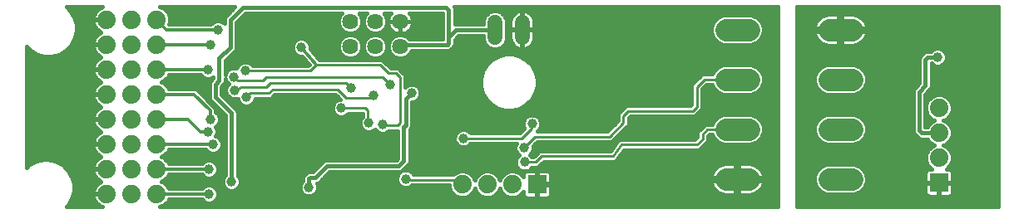
<source format=gbl>
G75*
G70*
%OFA0B0*%
%FSLAX24Y24*%
%IPPOS*%
%LPD*%
%AMOC8*
5,1,8,0,0,1.08239X$1,22.5*
%
%ADD10C,0.0640*%
%ADD11R,0.0740X0.0740*%
%ADD12C,0.0740*%
%ADD13C,0.0886*%
%ADD14C,0.0600*%
%ADD15C,0.0160*%
%ADD16C,0.0396*%
%ADD17C,0.0100*%
%ADD18C,0.0120*%
D10*
X013638Y007159D03*
X014638Y007159D03*
X015638Y007159D03*
X015638Y008159D03*
X014638Y008159D03*
X013638Y008159D03*
D11*
X021122Y001622D03*
X037230Y001680D03*
D12*
X037230Y002680D03*
X037230Y003680D03*
X037230Y004680D03*
X020122Y001622D03*
X019122Y001622D03*
X018122Y001622D03*
X005880Y001230D03*
X004880Y001230D03*
X003880Y001230D03*
X003880Y002230D03*
X004880Y002230D03*
X005880Y002230D03*
X005880Y003230D03*
X004880Y003230D03*
X003880Y003230D03*
X003880Y004230D03*
X004880Y004230D03*
X005880Y004230D03*
X005880Y005230D03*
X004880Y005230D03*
X003880Y005230D03*
X003880Y006230D03*
X004880Y006230D03*
X005880Y006230D03*
X005880Y007230D03*
X004880Y007230D03*
X003880Y007230D03*
X003880Y008230D03*
X004880Y008230D03*
X005880Y008230D03*
D13*
X028705Y007830D02*
X029591Y007830D01*
X032837Y007830D02*
X033723Y007830D01*
X033723Y005830D02*
X032837Y005830D01*
X029591Y005830D02*
X028705Y005830D01*
X028705Y003830D02*
X029591Y003830D01*
X032837Y003830D02*
X033723Y003830D01*
X033723Y001830D02*
X032837Y001830D01*
X029591Y001830D02*
X028705Y001830D01*
D14*
X020530Y007530D02*
X020530Y008130D01*
X019430Y008130D02*
X019430Y007530D01*
D15*
X002334Y000786D02*
X002258Y000710D01*
X003701Y000710D01*
X003669Y000720D01*
X003592Y000760D01*
X003522Y000810D01*
X003460Y000872D01*
X003410Y000942D01*
X003370Y001019D01*
X003344Y001101D01*
X003330Y001187D01*
X003330Y001210D01*
X003860Y001210D01*
X003860Y001250D01*
X003330Y001250D01*
X003330Y001273D01*
X003344Y001359D01*
X003370Y001441D01*
X003410Y001518D01*
X003460Y001588D01*
X003522Y001650D01*
X003592Y001700D01*
X003650Y001730D01*
X003592Y001760D01*
X003522Y001810D01*
X003460Y001872D01*
X003410Y001942D01*
X003370Y002019D01*
X003344Y002101D01*
X003330Y002187D01*
X003330Y002210D01*
X003860Y002210D01*
X003860Y002250D01*
X003330Y002250D01*
X003330Y002273D01*
X003344Y002359D01*
X003370Y002441D01*
X003410Y002518D01*
X003460Y002588D01*
X003522Y002650D01*
X003592Y002700D01*
X003650Y002730D01*
X003592Y002760D01*
X003522Y002810D01*
X003460Y002872D01*
X003410Y002942D01*
X003370Y003019D01*
X003344Y003101D01*
X003330Y003187D01*
X003330Y003210D01*
X003860Y003210D01*
X003860Y003250D01*
X003330Y003250D01*
X003330Y003273D01*
X003344Y003359D01*
X003370Y003441D01*
X003410Y003518D01*
X003460Y003588D01*
X003522Y003650D01*
X003592Y003700D01*
X003650Y003730D01*
X003592Y003760D01*
X003522Y003810D01*
X003460Y003872D01*
X003410Y003942D01*
X003370Y004019D01*
X003344Y004101D01*
X003330Y004187D01*
X003330Y004210D01*
X003860Y004210D01*
X003860Y004250D01*
X003330Y004250D01*
X003330Y004273D01*
X003344Y004359D01*
X003370Y004441D01*
X003410Y004518D01*
X003460Y004588D01*
X003522Y004650D01*
X003592Y004700D01*
X003650Y004730D01*
X003592Y004760D01*
X003522Y004810D01*
X003460Y004872D01*
X003410Y004942D01*
X003370Y005019D01*
X003344Y005101D01*
X003330Y005187D01*
X003330Y005210D01*
X003860Y005210D01*
X003860Y005250D01*
X003330Y005250D01*
X003330Y005273D01*
X003344Y005359D01*
X003370Y005441D01*
X003410Y005518D01*
X003460Y005588D01*
X003522Y005650D01*
X003592Y005700D01*
X003650Y005730D01*
X003592Y005760D01*
X003522Y005810D01*
X003460Y005872D01*
X003410Y005942D01*
X003370Y006019D01*
X003344Y006101D01*
X003330Y006187D01*
X003330Y006210D01*
X003860Y006210D01*
X003860Y006250D01*
X003330Y006250D01*
X003330Y006273D01*
X003344Y006359D01*
X003370Y006441D01*
X003410Y006518D01*
X003460Y006588D01*
X003522Y006650D01*
X003592Y006700D01*
X003650Y006730D01*
X003592Y006760D01*
X003522Y006810D01*
X003460Y006872D01*
X003410Y006942D01*
X003370Y007019D01*
X003344Y007101D01*
X003330Y007187D01*
X003330Y007210D01*
X003860Y007210D01*
X003860Y007250D01*
X003330Y007250D01*
X003330Y007273D01*
X003344Y007359D01*
X003370Y007441D01*
X003410Y007518D01*
X003460Y007588D01*
X003522Y007650D01*
X003592Y007700D01*
X003650Y007730D01*
X003592Y007760D01*
X003522Y007810D01*
X003460Y007872D01*
X003410Y007942D01*
X003370Y008019D01*
X003344Y008101D01*
X003330Y008187D01*
X003330Y008210D01*
X003860Y008210D01*
X003860Y008250D01*
X003330Y008250D01*
X003330Y008273D01*
X003344Y008359D01*
X003370Y008441D01*
X003410Y008518D01*
X003460Y008588D01*
X003522Y008650D01*
X003592Y008700D01*
X003669Y008740D01*
X003701Y008750D01*
X002258Y008750D01*
X002434Y008574D01*
X002583Y008316D01*
X002660Y008029D01*
X002660Y007731D01*
X002583Y007444D01*
X002434Y007186D01*
X002224Y006976D01*
X001966Y006827D01*
X001679Y006750D01*
X001381Y006750D01*
X001094Y006827D01*
X000836Y006976D01*
X000660Y007152D01*
X000660Y002308D01*
X000736Y002384D01*
X000994Y002533D01*
X001281Y002610D01*
X001579Y002610D01*
X001866Y002533D01*
X002124Y002384D01*
X002334Y002174D01*
X002483Y001916D01*
X002560Y001629D01*
X002560Y001331D01*
X002483Y001044D01*
X002334Y000786D01*
X002379Y000864D02*
X003468Y000864D01*
X003369Y001023D02*
X002471Y001023D01*
X002520Y001181D02*
X003331Y001181D01*
X003340Y001340D02*
X002560Y001340D01*
X002560Y001498D02*
X003399Y001498D01*
X003531Y001657D02*
X002553Y001657D01*
X002510Y001815D02*
X003517Y001815D01*
X003393Y001974D02*
X002450Y001974D01*
X002358Y002132D02*
X003339Y002132D01*
X003333Y002291D02*
X002218Y002291D01*
X002012Y002449D02*
X003374Y002449D01*
X003480Y002608D02*
X001588Y002608D01*
X001272Y002608D02*
X000660Y002608D01*
X000660Y002449D02*
X000848Y002449D01*
X000660Y002766D02*
X003583Y002766D01*
X003422Y002925D02*
X000660Y002925D01*
X000660Y003083D02*
X003349Y003083D01*
X003860Y003242D02*
X000660Y003242D01*
X000660Y003400D02*
X003357Y003400D01*
X003439Y003559D02*
X000660Y003559D01*
X000660Y003717D02*
X003624Y003717D01*
X003458Y003876D02*
X000660Y003876D01*
X000660Y004034D02*
X003365Y004034D01*
X003330Y004193D02*
X000660Y004193D01*
X000660Y004351D02*
X003342Y004351D01*
X003405Y004510D02*
X000660Y004510D01*
X000660Y004668D02*
X003547Y004668D01*
X003506Y004827D02*
X000660Y004827D01*
X000660Y004985D02*
X003388Y004985D01*
X003337Y005144D02*
X000660Y005144D01*
X000660Y005302D02*
X003335Y005302D01*
X003380Y005461D02*
X000660Y005461D01*
X000660Y005619D02*
X003491Y005619D01*
X003567Y005778D02*
X000660Y005778D01*
X000660Y005936D02*
X003414Y005936D01*
X003346Y006095D02*
X000660Y006095D01*
X000660Y006253D02*
X003330Y006253D01*
X003361Y006412D02*
X000660Y006412D01*
X000660Y006570D02*
X003447Y006570D01*
X003647Y006729D02*
X000660Y006729D01*
X000660Y006887D02*
X000990Y006887D01*
X000766Y007046D02*
X000660Y007046D01*
X002070Y006887D02*
X003449Y006887D01*
X003362Y007046D02*
X002294Y007046D01*
X002445Y007204D02*
X003330Y007204D01*
X003345Y007363D02*
X002536Y007363D01*
X002604Y007521D02*
X003412Y007521D01*
X003563Y007680D02*
X002646Y007680D01*
X002660Y007838D02*
X003494Y007838D01*
X003382Y007997D02*
X002660Y007997D01*
X002626Y008155D02*
X003335Y008155D01*
X003336Y008314D02*
X002584Y008314D01*
X002493Y008472D02*
X003386Y008472D01*
X003503Y008631D02*
X002378Y008631D01*
X006010Y008750D02*
X009011Y008750D01*
X008627Y008366D01*
X008590Y008278D01*
X008590Y008076D01*
X008533Y008134D01*
X008401Y008188D01*
X008259Y008188D01*
X008127Y008134D01*
X008044Y008050D01*
X006379Y008050D01*
X006410Y008125D01*
X006410Y008335D01*
X006329Y008530D01*
X006180Y008679D01*
X006010Y008750D01*
X006229Y008631D02*
X008891Y008631D01*
X008733Y008472D02*
X006353Y008472D01*
X006410Y008314D02*
X008605Y008314D01*
X008830Y008230D02*
X009330Y008730D01*
X017480Y008730D01*
X017580Y008630D01*
X017580Y007530D01*
X017880Y007830D01*
X019430Y007830D01*
X019890Y007838D02*
X020510Y007838D01*
X020510Y007850D02*
X020510Y007810D01*
X020050Y007810D01*
X020050Y007492D01*
X020062Y007418D01*
X020085Y007346D01*
X020119Y007278D01*
X020164Y007217D01*
X020217Y007164D01*
X020278Y007119D01*
X020346Y007085D01*
X020418Y007062D01*
X020492Y007050D01*
X020510Y007050D01*
X020510Y007810D01*
X020550Y007810D01*
X020550Y007850D01*
X020510Y007850D01*
X020510Y008610D01*
X020492Y008610D01*
X020418Y008598D01*
X020346Y008575D01*
X020278Y008541D01*
X020217Y008496D01*
X020164Y008443D01*
X020119Y008382D01*
X020085Y008314D01*
X020062Y008242D01*
X020050Y008168D01*
X020050Y007850D01*
X020510Y007850D01*
X020550Y007850D02*
X020550Y008610D01*
X020568Y008610D01*
X020642Y008598D01*
X020714Y008575D01*
X020782Y008541D01*
X020843Y008496D01*
X020896Y008443D01*
X020941Y008382D01*
X020975Y008314D01*
X020998Y008242D01*
X021010Y008168D01*
X021010Y007850D01*
X020550Y007850D01*
X020550Y007838D02*
X028102Y007838D01*
X028102Y007950D02*
X028102Y007710D01*
X028194Y007488D01*
X028364Y007319D01*
X028585Y007227D01*
X029711Y007227D01*
X029932Y007319D01*
X030102Y007488D01*
X030194Y007710D01*
X030194Y007950D01*
X030102Y008172D01*
X029932Y008341D01*
X029711Y008433D01*
X028585Y008433D01*
X028364Y008341D01*
X028194Y008172D01*
X028102Y007950D01*
X028121Y007997D02*
X021010Y007997D01*
X020550Y007997D02*
X020510Y007997D01*
X020050Y007997D02*
X019890Y007997D01*
X019890Y008155D02*
X020050Y008155D01*
X019890Y008221D02*
X019820Y008391D01*
X019691Y008520D01*
X019521Y008590D01*
X019338Y008590D01*
X019169Y008520D01*
X019040Y008391D01*
X018970Y008221D01*
X018970Y008070D01*
X017832Y008070D01*
X017820Y008065D01*
X017820Y008678D01*
X017790Y008750D01*
X030780Y008750D01*
X030780Y000710D01*
X006010Y000710D01*
X006180Y000781D01*
X006329Y000930D01*
X006363Y001010D01*
X007694Y001010D01*
X007777Y000926D01*
X007909Y000872D01*
X008051Y000872D01*
X008183Y000926D01*
X008284Y001027D01*
X008338Y001159D01*
X008338Y001301D01*
X008284Y001433D01*
X008183Y001534D01*
X008051Y001588D01*
X007909Y001588D01*
X007777Y001534D01*
X007694Y001450D01*
X006363Y001450D01*
X006329Y001530D01*
X006180Y001679D01*
X006058Y001730D01*
X006180Y001781D01*
X006329Y001930D01*
X006363Y002010D01*
X007694Y002010D01*
X007777Y001926D01*
X007909Y001872D01*
X008051Y001872D01*
X008183Y001926D01*
X008284Y002027D01*
X008338Y002159D01*
X008338Y002301D01*
X008284Y002433D01*
X008183Y002534D01*
X008051Y002588D01*
X007909Y002588D01*
X007777Y002534D01*
X007694Y002450D01*
X006363Y002450D01*
X006329Y002530D01*
X006180Y002679D01*
X006058Y002730D01*
X006180Y002781D01*
X006329Y002930D01*
X006363Y003010D01*
X007844Y003010D01*
X007927Y002926D01*
X008059Y002872D01*
X008201Y002872D01*
X008333Y002926D01*
X008434Y003027D01*
X008488Y003159D01*
X008488Y003301D01*
X008434Y003433D01*
X008333Y003534D01*
X008250Y003568D01*
X008288Y003659D01*
X008288Y003801D01*
X008234Y003933D01*
X008231Y003936D01*
X008233Y003936D01*
X008334Y004037D01*
X008388Y004169D01*
X008388Y004311D01*
X008334Y004443D01*
X008250Y004526D01*
X008250Y004671D01*
X007600Y005321D01*
X007471Y005450D01*
X006363Y005450D01*
X006329Y005530D01*
X006180Y005679D01*
X006058Y005730D01*
X006180Y005781D01*
X006329Y005930D01*
X006363Y006010D01*
X007644Y006010D01*
X007727Y005926D01*
X007859Y005872D01*
X008001Y005872D01*
X008133Y005926D01*
X008140Y005934D01*
X008140Y005879D01*
X008027Y005766D01*
X007990Y005678D01*
X007990Y005082D01*
X008027Y004994D01*
X008094Y004927D01*
X008640Y004381D01*
X008640Y001996D01*
X008576Y001933D01*
X008522Y001801D01*
X008522Y001659D01*
X008576Y001527D01*
X008677Y001426D01*
X008809Y001372D01*
X008951Y001372D01*
X009083Y001426D01*
X009184Y001527D01*
X009238Y001659D01*
X009238Y001801D01*
X009184Y001933D01*
X009120Y001996D01*
X009120Y004528D01*
X009083Y004616D01*
X008470Y005229D01*
X008470Y005531D01*
X008516Y005577D01*
X008583Y005644D01*
X008620Y005732D01*
X008620Y005849D01*
X008666Y005737D01*
X008754Y005650D01*
X008706Y005603D01*
X008652Y005471D01*
X008652Y005329D01*
X008706Y005197D01*
X008807Y005096D01*
X008939Y005042D01*
X009081Y005042D01*
X009122Y005059D01*
X009176Y004927D01*
X009277Y004826D01*
X009409Y004772D01*
X009551Y004772D01*
X009683Y004826D01*
X009784Y004927D01*
X009838Y005059D01*
X009838Y005070D01*
X010467Y005070D01*
X010617Y005220D01*
X013043Y005220D01*
X013225Y005038D01*
X013209Y005038D01*
X013077Y004984D01*
X012976Y004883D01*
X012922Y004751D01*
X012922Y004609D01*
X012976Y004477D01*
X013077Y004376D01*
X013209Y004322D01*
X013351Y004322D01*
X013483Y004376D01*
X013576Y004470D01*
X014120Y004470D01*
X014120Y004326D01*
X014076Y004283D01*
X014022Y004151D01*
X014022Y004009D01*
X014076Y003877D01*
X014177Y003776D01*
X014309Y003722D01*
X014451Y003722D01*
X014583Y003776D01*
X014630Y003824D01*
X014727Y003726D01*
X014859Y003672D01*
X015001Y003672D01*
X015133Y003726D01*
X015176Y003770D01*
X015540Y003770D01*
X015540Y002649D01*
X015481Y002590D01*
X012652Y002590D01*
X012564Y002553D01*
X012497Y002486D01*
X012151Y002140D01*
X011982Y002140D01*
X011894Y002103D01*
X011827Y002036D01*
X011777Y001986D01*
X011740Y001898D01*
X011740Y001766D01*
X011676Y001703D01*
X011622Y001571D01*
X011622Y001429D01*
X011676Y001297D01*
X011777Y001196D01*
X011909Y001142D01*
X012051Y001142D01*
X012183Y001196D01*
X012284Y001297D01*
X012338Y001429D01*
X012338Y001571D01*
X012301Y001661D01*
X012386Y001697D01*
X012799Y002110D01*
X015624Y002110D01*
X015556Y002043D01*
X015502Y001911D01*
X015502Y001769D01*
X015556Y001637D01*
X015657Y001536D01*
X015789Y001482D01*
X015931Y001482D01*
X016063Y001536D01*
X016118Y001592D01*
X017592Y001592D01*
X017592Y001517D01*
X017673Y001322D01*
X017822Y001173D01*
X018017Y001092D01*
X018227Y001092D01*
X018422Y001173D01*
X018571Y001322D01*
X018622Y001444D01*
X018673Y001322D01*
X018822Y001173D01*
X019017Y001092D01*
X019227Y001092D01*
X019422Y001173D01*
X019571Y001322D01*
X019622Y001444D01*
X019673Y001322D01*
X019822Y001173D01*
X020017Y001092D01*
X020227Y001092D01*
X020422Y001173D01*
X020571Y001322D01*
X020572Y001323D01*
X020572Y001228D01*
X020584Y001183D01*
X020608Y001141D01*
X020641Y001108D01*
X020683Y001084D01*
X020728Y001072D01*
X021102Y001072D01*
X021102Y001602D01*
X021142Y001602D01*
X021142Y001642D01*
X021102Y001642D01*
X021102Y002172D01*
X020740Y002172D01*
X020823Y002206D01*
X020916Y002300D01*
X021147Y002300D01*
X021387Y002540D01*
X024101Y002540D01*
X024115Y002529D01*
X024186Y002540D01*
X024257Y002540D01*
X024270Y002553D01*
X024287Y002555D01*
X024330Y002613D01*
X024380Y002663D01*
X024380Y002681D01*
X024616Y003000D01*
X027617Y003000D01*
X027970Y003353D01*
X027970Y003543D01*
X028037Y003610D01*
X028144Y003610D01*
X028194Y003488D01*
X028364Y003319D01*
X028585Y003227D01*
X029711Y003227D01*
X029932Y003319D01*
X030102Y003488D01*
X030194Y003710D01*
X030194Y003950D01*
X030102Y004172D01*
X029932Y004341D01*
X029711Y004433D01*
X028585Y004433D01*
X028364Y004341D01*
X028194Y004172D01*
X028135Y004030D01*
X027863Y004030D01*
X027740Y003907D01*
X027740Y003907D01*
X027550Y003717D01*
X027550Y003527D01*
X027443Y003420D01*
X024579Y003420D01*
X024565Y003431D01*
X024494Y003420D01*
X024423Y003420D01*
X024410Y003407D01*
X024393Y003405D01*
X024350Y003347D01*
X024300Y003297D01*
X024300Y003279D01*
X024064Y002960D01*
X021213Y002960D01*
X021090Y002837D01*
X020973Y002720D01*
X020916Y002720D01*
X020836Y002800D01*
X020914Y002877D01*
X020968Y003009D01*
X020968Y003151D01*
X020965Y003158D01*
X021137Y003330D01*
X024117Y003330D01*
X024667Y003880D01*
X024790Y004003D01*
X024790Y004283D01*
X024867Y004360D01*
X027447Y004360D01*
X027607Y004520D01*
X027730Y004643D01*
X027730Y005453D01*
X027907Y005630D01*
X028135Y005630D01*
X028194Y005488D01*
X028364Y005319D01*
X028585Y005227D01*
X029711Y005227D01*
X029932Y005319D01*
X030102Y005488D01*
X030194Y005710D01*
X030194Y005950D01*
X030102Y006172D01*
X029932Y006341D01*
X029711Y006433D01*
X028585Y006433D01*
X028364Y006341D01*
X028194Y006172D01*
X028144Y006050D01*
X027733Y006050D01*
X027610Y005927D01*
X027310Y005627D01*
X027310Y004817D01*
X027273Y004780D01*
X024693Y004780D01*
X024570Y004657D01*
X024370Y004457D01*
X024370Y004177D01*
X023943Y003750D01*
X021126Y003750D01*
X021224Y003847D01*
X021278Y003979D01*
X021278Y004121D01*
X021224Y004253D01*
X021123Y004354D01*
X020991Y004408D01*
X020849Y004408D01*
X020717Y004354D01*
X020616Y004253D01*
X020562Y004121D01*
X020562Y003979D01*
X020609Y003866D01*
X020423Y003680D01*
X018466Y003680D01*
X018373Y003774D01*
X018241Y003828D01*
X018099Y003828D01*
X017967Y003774D01*
X017866Y003673D01*
X017812Y003541D01*
X017812Y003399D01*
X017866Y003267D01*
X017967Y003166D01*
X018099Y003112D01*
X018241Y003112D01*
X018373Y003166D01*
X018466Y003260D01*
X020297Y003260D01*
X020252Y003151D01*
X020252Y003009D01*
X020306Y002877D01*
X020394Y002790D01*
X020316Y002713D01*
X020262Y002581D01*
X020262Y002439D01*
X020316Y002307D01*
X020417Y002206D01*
X020549Y002152D01*
X020669Y002152D01*
X020641Y002136D01*
X020608Y002103D01*
X020584Y002061D01*
X020572Y002016D01*
X020572Y001921D01*
X020571Y001922D01*
X020422Y002071D01*
X020227Y002152D01*
X020017Y002152D01*
X019822Y002071D01*
X019673Y001922D01*
X019622Y001800D01*
X019571Y001922D01*
X019422Y002071D01*
X019227Y002152D01*
X019017Y002152D01*
X018822Y002071D01*
X018673Y001922D01*
X018622Y001800D01*
X018571Y001922D01*
X018422Y002071D01*
X018227Y002152D01*
X018017Y002152D01*
X017822Y002071D01*
X017762Y002012D01*
X016176Y002012D01*
X016164Y002043D01*
X016063Y002144D01*
X015931Y002198D01*
X015789Y002198D01*
X015752Y002183D01*
X015916Y002347D01*
X015983Y002414D01*
X016020Y002502D01*
X016020Y003821D01*
X016063Y003864D01*
X016100Y003952D01*
X016100Y004922D01*
X016161Y004922D01*
X016293Y004976D01*
X016394Y005077D01*
X016448Y005209D01*
X016448Y005351D01*
X016394Y005483D01*
X016293Y005584D01*
X016161Y005638D01*
X016019Y005638D01*
X015887Y005584D01*
X015840Y005536D01*
X015840Y006017D01*
X015717Y006140D01*
X015567Y006290D01*
X015267Y006290D01*
X014917Y006640D01*
X012390Y006640D01*
X012036Y007053D01*
X012038Y007059D01*
X012038Y007201D01*
X011984Y007333D01*
X011883Y007434D01*
X011751Y007488D01*
X011609Y007488D01*
X011477Y007434D01*
X011376Y007333D01*
X011322Y007201D01*
X011322Y007059D01*
X011376Y006927D01*
X011477Y006826D01*
X011609Y006772D01*
X011697Y006772D01*
X011987Y006434D01*
X011943Y006390D01*
X009726Y006390D01*
X009633Y006484D01*
X009501Y006538D01*
X009359Y006538D01*
X009227Y006484D01*
X009126Y006383D01*
X009084Y006280D01*
X009041Y006298D01*
X008899Y006298D01*
X008767Y006244D01*
X008666Y006143D01*
X008620Y006031D01*
X008620Y006581D01*
X008966Y006927D01*
X009033Y006994D01*
X009070Y007082D01*
X009070Y008131D01*
X009429Y008490D01*
X013290Y008490D01*
X013231Y008431D01*
X013158Y008254D01*
X013158Y008064D01*
X013231Y007887D01*
X013366Y007752D01*
X013543Y007679D01*
X013733Y007679D01*
X013910Y007752D01*
X014045Y007887D01*
X014118Y008064D01*
X014118Y008254D01*
X014045Y008431D01*
X013986Y008490D01*
X014290Y008490D01*
X014231Y008431D01*
X014158Y008254D01*
X014158Y008064D01*
X014231Y007887D01*
X014366Y007752D01*
X014543Y007679D01*
X014733Y007679D01*
X014910Y007752D01*
X015045Y007887D01*
X015118Y008064D01*
X015118Y008254D01*
X015045Y008431D01*
X014986Y008490D01*
X015262Y008490D01*
X015257Y008485D01*
X015210Y008421D01*
X015175Y008351D01*
X015150Y008276D01*
X015138Y008198D01*
X015138Y008168D01*
X015629Y008168D01*
X015629Y008150D01*
X015647Y008150D01*
X015647Y008168D01*
X016138Y008168D01*
X016138Y008198D01*
X016126Y008276D01*
X016101Y008351D01*
X016066Y008421D01*
X016019Y008485D01*
X016014Y008490D01*
X017340Y008490D01*
X017340Y007470D01*
X016006Y007470D01*
X015910Y007566D01*
X015733Y007639D01*
X015543Y007639D01*
X015366Y007566D01*
X015231Y007431D01*
X015158Y007254D01*
X015158Y007064D01*
X015231Y006887D01*
X015366Y006752D01*
X015543Y006679D01*
X015733Y006679D01*
X015910Y006752D01*
X016045Y006887D01*
X016088Y006990D01*
X017578Y006990D01*
X017666Y007027D01*
X017733Y007094D01*
X017783Y007144D01*
X017820Y007232D01*
X017820Y007431D01*
X017979Y007590D01*
X018970Y007590D01*
X018970Y007438D01*
X019040Y007269D01*
X019169Y007140D01*
X019338Y007070D01*
X019521Y007070D01*
X019691Y007140D01*
X019820Y007269D01*
X019890Y007438D01*
X019890Y008221D01*
X019852Y008314D02*
X020085Y008314D01*
X020510Y008314D02*
X020550Y008314D01*
X020975Y008314D02*
X028336Y008314D01*
X028187Y008155D02*
X021010Y008155D01*
X020550Y008155D02*
X020510Y008155D01*
X019008Y008314D02*
X017820Y008314D01*
X017340Y008314D02*
X016114Y008314D01*
X016138Y008150D02*
X015647Y008150D01*
X015647Y007659D01*
X015677Y007659D01*
X015755Y007671D01*
X015830Y007696D01*
X015900Y007731D01*
X015964Y007778D01*
X016019Y007833D01*
X016066Y007897D01*
X016101Y007967D01*
X016126Y008042D01*
X016138Y008120D01*
X016138Y008150D01*
X016111Y007997D02*
X017340Y007997D01*
X017340Y007838D02*
X016023Y007838D01*
X015647Y007838D02*
X015629Y007838D01*
X015629Y007997D02*
X015647Y007997D01*
X015312Y007778D02*
X015257Y007833D01*
X015210Y007897D01*
X015175Y007967D01*
X015150Y008042D01*
X015138Y008120D01*
X015138Y008150D01*
X015629Y008150D01*
X015629Y007659D01*
X015599Y007659D01*
X015521Y007671D01*
X015446Y007696D01*
X015376Y007731D01*
X015312Y007778D01*
X015253Y007838D02*
X014996Y007838D01*
X015090Y007997D02*
X015165Y007997D01*
X015118Y008155D02*
X015629Y008155D01*
X015647Y008155D02*
X017340Y008155D01*
X017820Y008155D02*
X018970Y008155D01*
X019121Y008472D02*
X017820Y008472D01*
X017820Y008631D02*
X030780Y008631D01*
X030780Y008472D02*
X020867Y008472D01*
X020550Y008472D02*
X020510Y008472D01*
X020193Y008472D02*
X019739Y008472D01*
X017340Y008472D02*
X016029Y008472D01*
X015247Y008472D02*
X015004Y008472D01*
X015094Y008314D02*
X015162Y008314D01*
X014272Y008472D02*
X014004Y008472D01*
X014094Y008314D02*
X014182Y008314D01*
X014158Y008155D02*
X014118Y008155D01*
X014090Y007997D02*
X014186Y007997D01*
X014280Y007838D02*
X013996Y007838D01*
X013910Y007566D02*
X013733Y007639D01*
X013543Y007639D01*
X013366Y007566D01*
X013231Y007431D01*
X013158Y007254D01*
X013158Y007064D01*
X013231Y006887D01*
X013366Y006752D01*
X013543Y006679D01*
X013733Y006679D01*
X013910Y006752D01*
X014045Y006887D01*
X014118Y007064D01*
X014118Y007254D01*
X014045Y007431D01*
X013910Y007566D01*
X013955Y007521D02*
X014321Y007521D01*
X014366Y007566D02*
X014231Y007431D01*
X014158Y007254D01*
X014158Y007064D01*
X014231Y006887D01*
X014366Y006752D01*
X014543Y006679D01*
X014733Y006679D01*
X014910Y006752D01*
X015045Y006887D01*
X015118Y007064D01*
X015118Y007254D01*
X015045Y007431D01*
X014910Y007566D01*
X014733Y007639D01*
X014543Y007639D01*
X014366Y007566D01*
X014541Y007680D02*
X013735Y007680D01*
X013541Y007680D02*
X009070Y007680D01*
X009070Y007838D02*
X013280Y007838D01*
X013186Y007997D02*
X009070Y007997D01*
X009094Y008155D02*
X013158Y008155D01*
X013182Y008314D02*
X009253Y008314D01*
X008830Y008230D02*
X008830Y007130D01*
X008380Y006680D01*
X008380Y005780D01*
X008230Y005630D01*
X008230Y005130D01*
X008880Y004480D01*
X008880Y001730D01*
X008528Y001815D02*
X006215Y001815D01*
X006347Y001974D02*
X007730Y001974D01*
X008230Y001974D02*
X008617Y001974D01*
X009143Y001974D02*
X011771Y001974D01*
X011740Y001815D02*
X009232Y001815D01*
X009237Y001657D02*
X011657Y001657D01*
X011622Y001498D02*
X009154Y001498D01*
X008606Y001498D02*
X008218Y001498D01*
X008322Y001340D02*
X011659Y001340D01*
X011980Y001500D02*
X011980Y001850D01*
X012030Y001900D01*
X012250Y001900D01*
X012700Y002350D01*
X015580Y002350D01*
X015780Y002550D01*
X015780Y003920D01*
X015860Y004000D01*
X015860Y005050D01*
X016090Y005280D01*
X016448Y005302D02*
X018932Y005302D01*
X018937Y005284D02*
X019086Y005026D01*
X019296Y004816D01*
X019554Y004667D01*
X019841Y004590D01*
X020139Y004590D01*
X020426Y004667D01*
X020684Y004816D01*
X020894Y005026D01*
X021043Y005284D01*
X021120Y005571D01*
X021120Y005869D01*
X021043Y006156D01*
X020894Y006414D01*
X020684Y006624D01*
X020426Y006773D01*
X020139Y006850D01*
X019841Y006850D01*
X019554Y006773D01*
X019296Y006624D01*
X019086Y006414D01*
X018937Y006156D01*
X018860Y005869D01*
X018860Y005571D01*
X018937Y005284D01*
X019018Y005144D02*
X016421Y005144D01*
X016301Y004985D02*
X019127Y004985D01*
X019285Y004827D02*
X016100Y004827D01*
X016100Y004668D02*
X019552Y004668D01*
X020428Y004668D02*
X024581Y004668D01*
X024423Y004510D02*
X016100Y004510D01*
X016100Y004351D02*
X020715Y004351D01*
X021125Y004351D02*
X024370Y004351D01*
X024858Y004351D02*
X028387Y004351D01*
X028215Y004193D02*
X024790Y004193D01*
X024370Y004193D02*
X021249Y004193D01*
X020591Y004193D02*
X016100Y004193D01*
X016100Y004034D02*
X020562Y004034D01*
X020605Y003876D02*
X016068Y003876D01*
X016020Y003717D02*
X017911Y003717D01*
X018429Y003717D02*
X020460Y003717D01*
X021235Y003876D02*
X024069Y003876D01*
X024227Y004034D02*
X021278Y004034D01*
X021048Y003242D02*
X024272Y003242D01*
X024187Y003400D02*
X024389Y003400D01*
X024345Y003559D02*
X027550Y003559D01*
X027985Y003559D02*
X028165Y003559D01*
X028282Y003400D02*
X027970Y003400D01*
X027858Y003242D02*
X028550Y003242D01*
X027700Y003083D02*
X030780Y003083D01*
X030780Y002925D02*
X024560Y002925D01*
X024443Y002766D02*
X030780Y002766D01*
X030780Y002608D02*
X024326Y002608D01*
X024155Y003083D02*
X020968Y003083D01*
X020933Y002925D02*
X021178Y002925D01*
X021019Y002766D02*
X020870Y002766D01*
X020370Y002766D02*
X016020Y002766D01*
X015540Y002766D02*
X009120Y002766D01*
X008640Y002766D02*
X006145Y002766D01*
X006252Y002608D02*
X008640Y002608D01*
X008640Y002449D02*
X008267Y002449D01*
X008338Y002291D02*
X008640Y002291D01*
X009120Y002291D02*
X012301Y002291D01*
X012460Y002449D02*
X009120Y002449D01*
X009120Y002608D02*
X015498Y002608D01*
X016020Y002608D02*
X020273Y002608D01*
X020262Y002449D02*
X015998Y002449D01*
X015860Y002291D02*
X020333Y002291D01*
X020907Y002291D02*
X028285Y002291D01*
X028299Y002305D02*
X028230Y002236D01*
X028172Y002156D01*
X028128Y002069D01*
X028098Y001976D01*
X028085Y001898D01*
X029080Y001898D01*
X029080Y001762D01*
X029216Y001762D01*
X029216Y001898D01*
X029080Y001898D01*
X029080Y002453D01*
X028656Y002453D01*
X028559Y002438D01*
X028466Y002407D01*
X028379Y002363D01*
X028299Y002305D01*
X028160Y002132D02*
X021607Y002132D01*
X021603Y002136D02*
X021561Y002160D01*
X021516Y002172D01*
X021142Y002172D01*
X021142Y001642D01*
X021672Y001642D01*
X021672Y002016D01*
X021660Y002061D01*
X021636Y002103D01*
X021603Y002136D01*
X021142Y002132D02*
X021102Y002132D01*
X020637Y002132D02*
X020276Y002132D01*
X019968Y002132D02*
X019276Y002132D01*
X018968Y002132D02*
X018276Y002132D01*
X017968Y002132D02*
X016074Y002132D01*
X015528Y001974D02*
X012663Y001974D01*
X012504Y001815D02*
X015502Y001815D01*
X015548Y001657D02*
X012303Y001657D01*
X012338Y001498D02*
X015750Y001498D01*
X015970Y001498D02*
X017600Y001498D01*
X017665Y001340D02*
X012301Y001340D01*
X012146Y001181D02*
X017813Y001181D01*
X018431Y001181D02*
X018813Y001181D01*
X018665Y001340D02*
X018579Y001340D01*
X019431Y001181D02*
X019813Y001181D01*
X020431Y001181D02*
X020585Y001181D01*
X021102Y001181D02*
X021142Y001181D01*
X021142Y001072D02*
X021516Y001072D01*
X021561Y001084D01*
X021603Y001108D01*
X021636Y001141D01*
X021660Y001183D01*
X021672Y001228D01*
X021672Y001602D01*
X021142Y001602D01*
X021142Y001072D01*
X021659Y001181D02*
X030780Y001181D01*
X030780Y001023D02*
X008279Y001023D01*
X008338Y001181D02*
X011814Y001181D01*
X008523Y001657D02*
X006203Y001657D01*
X006343Y001498D02*
X007742Y001498D01*
X006264Y000864D02*
X030780Y000864D01*
X031550Y000864D02*
X039600Y000864D01*
X039600Y001023D02*
X031550Y001023D01*
X031550Y001181D02*
X036734Y001181D01*
X036749Y001166D02*
X036791Y001142D01*
X036836Y001130D01*
X037210Y001130D01*
X037210Y001660D01*
X036680Y001660D01*
X036680Y001286D01*
X036692Y001241D01*
X036716Y001199D01*
X036749Y001166D01*
X037210Y001181D02*
X037250Y001181D01*
X037250Y001130D02*
X037624Y001130D01*
X037669Y001142D01*
X037711Y001166D01*
X037744Y001199D01*
X037768Y001241D01*
X037780Y001286D01*
X037780Y001660D01*
X037250Y001660D01*
X037250Y001700D01*
X037780Y001700D01*
X037780Y002074D01*
X037768Y002119D01*
X037744Y002161D01*
X037711Y002194D01*
X037669Y002218D01*
X037624Y002230D01*
X037529Y002230D01*
X037530Y002231D01*
X037679Y002380D01*
X037760Y002575D01*
X037760Y002785D01*
X037679Y002980D01*
X037530Y003129D01*
X037408Y003180D01*
X037530Y003231D01*
X037679Y003380D01*
X037760Y003575D01*
X037760Y003785D01*
X037679Y003980D01*
X037530Y004129D01*
X037408Y004180D01*
X037530Y004231D01*
X037679Y004380D01*
X037760Y004575D01*
X037760Y004785D01*
X037679Y004980D01*
X037530Y005129D01*
X037335Y005210D01*
X037125Y005210D01*
X036930Y005129D01*
X036781Y004980D01*
X036700Y004785D01*
X036700Y004575D01*
X036781Y004380D01*
X036930Y004231D01*
X037052Y004180D01*
X036930Y004129D01*
X036781Y003980D01*
X036756Y003920D01*
X036670Y003920D01*
X036670Y005231D01*
X036883Y005444D01*
X036920Y005532D01*
X036920Y006484D01*
X036977Y006426D01*
X037109Y006372D01*
X037251Y006372D01*
X037383Y006426D01*
X037484Y006527D01*
X037538Y006659D01*
X037538Y006801D01*
X037484Y006933D01*
X037383Y007034D01*
X037251Y007088D01*
X037109Y007088D01*
X036977Y007034D01*
X036914Y006970D01*
X036732Y006970D01*
X036644Y006933D01*
X036544Y006833D01*
X036477Y006766D01*
X036440Y006678D01*
X036440Y005679D01*
X036294Y005533D01*
X036227Y005466D01*
X036190Y005378D01*
X036190Y003732D01*
X036227Y003644D01*
X036327Y003544D01*
X036394Y003477D01*
X036482Y003440D01*
X036756Y003440D01*
X036781Y003380D01*
X036930Y003231D01*
X037052Y003180D01*
X036930Y003129D01*
X036781Y002980D01*
X036700Y002785D01*
X036700Y002575D01*
X036781Y002380D01*
X036930Y002231D01*
X036931Y002230D01*
X036836Y002230D01*
X036791Y002218D01*
X036749Y002194D01*
X036716Y002161D01*
X036692Y002119D01*
X036680Y002074D01*
X036680Y001700D01*
X037210Y001700D01*
X037210Y001660D01*
X037250Y001660D01*
X037250Y001130D01*
X037726Y001181D02*
X039600Y001181D01*
X039600Y001340D02*
X037780Y001340D01*
X037780Y001498D02*
X039600Y001498D01*
X039600Y001657D02*
X037780Y001657D01*
X037250Y001657D02*
X037210Y001657D01*
X036680Y001657D02*
X034304Y001657D01*
X034326Y001710D02*
X034326Y001950D01*
X034234Y002172D01*
X034064Y002341D01*
X033843Y002433D01*
X032717Y002433D01*
X032496Y002341D01*
X032326Y002172D01*
X032234Y001950D01*
X032234Y001710D01*
X032326Y001488D01*
X032496Y001319D01*
X032717Y001227D01*
X033843Y001227D01*
X034064Y001319D01*
X034234Y001488D01*
X034326Y001710D01*
X034326Y001815D02*
X036680Y001815D01*
X036680Y001974D02*
X034316Y001974D01*
X034250Y002132D02*
X036699Y002132D01*
X036870Y002291D02*
X034115Y002291D01*
X032445Y002291D02*
X031550Y002291D01*
X031550Y002449D02*
X036752Y002449D01*
X036700Y002608D02*
X031550Y002608D01*
X031550Y002766D02*
X036700Y002766D01*
X036758Y002925D02*
X031550Y002925D01*
X031550Y003083D02*
X036883Y003083D01*
X036919Y003242D02*
X033878Y003242D01*
X033843Y003227D02*
X034064Y003319D01*
X034234Y003488D01*
X034326Y003710D01*
X034326Y003950D01*
X034234Y004172D01*
X034064Y004341D01*
X033843Y004433D01*
X032717Y004433D01*
X032496Y004341D01*
X032326Y004172D01*
X032234Y003950D01*
X032234Y003710D01*
X032326Y003488D01*
X032496Y003319D01*
X032717Y003227D01*
X033843Y003227D01*
X034146Y003400D02*
X036772Y003400D01*
X036312Y003559D02*
X034263Y003559D01*
X034326Y003717D02*
X036196Y003717D01*
X036430Y003780D02*
X036530Y003680D01*
X037230Y003680D01*
X037760Y003717D02*
X039600Y003717D01*
X039600Y003559D02*
X037753Y003559D01*
X037688Y003400D02*
X039600Y003400D01*
X039600Y003242D02*
X037541Y003242D01*
X037577Y003083D02*
X039600Y003083D01*
X039600Y002925D02*
X037702Y002925D01*
X037760Y002766D02*
X039600Y002766D01*
X039600Y002608D02*
X037760Y002608D01*
X037708Y002449D02*
X039600Y002449D01*
X039600Y002291D02*
X037590Y002291D01*
X037761Y002132D02*
X039600Y002132D01*
X039600Y001974D02*
X037780Y001974D01*
X037780Y001815D02*
X039600Y001815D01*
X037250Y001498D02*
X037210Y001498D01*
X037210Y001340D02*
X037250Y001340D01*
X036680Y001340D02*
X034085Y001340D01*
X034238Y001498D02*
X036680Y001498D01*
X039600Y000710D02*
X031550Y000710D01*
X031550Y008750D01*
X039600Y008750D01*
X039600Y000710D01*
X032475Y001340D02*
X031550Y001340D01*
X031550Y001498D02*
X032322Y001498D01*
X032256Y001657D02*
X031550Y001657D01*
X031550Y001815D02*
X032234Y001815D01*
X032244Y001974D02*
X031550Y001974D01*
X031550Y002132D02*
X032310Y002132D01*
X030780Y002132D02*
X030136Y002132D01*
X030124Y002156D02*
X030066Y002236D01*
X029997Y002305D01*
X029917Y002363D01*
X029830Y002407D01*
X029737Y002438D01*
X029640Y002453D01*
X029216Y002453D01*
X029216Y001898D01*
X030211Y001898D01*
X030198Y001976D01*
X030168Y002069D01*
X030124Y002156D01*
X030011Y002291D02*
X030780Y002291D01*
X030780Y002449D02*
X029665Y002449D01*
X029216Y002449D02*
X029080Y002449D01*
X028631Y002449D02*
X021296Y002449D01*
X020287Y002925D02*
X016020Y002925D01*
X016020Y003083D02*
X020252Y003083D01*
X020289Y003242D02*
X018448Y003242D01*
X017892Y003242D02*
X016020Y003242D01*
X015540Y003242D02*
X009120Y003242D01*
X008640Y003242D02*
X008488Y003242D01*
X008457Y003083D02*
X008640Y003083D01*
X008640Y002925D02*
X008328Y002925D01*
X007932Y002925D02*
X006324Y002925D01*
X008447Y003400D02*
X008640Y003400D01*
X008640Y003559D02*
X008273Y003559D01*
X008288Y003717D02*
X008640Y003717D01*
X009120Y003717D02*
X014750Y003717D01*
X015110Y003717D02*
X015540Y003717D01*
X015540Y003559D02*
X009120Y003559D01*
X009120Y003400D02*
X015540Y003400D01*
X016020Y003400D02*
X017812Y003400D01*
X017819Y003559D02*
X016020Y003559D01*
X015540Y003083D02*
X009120Y003083D01*
X009120Y002925D02*
X015540Y002925D01*
X011963Y002132D02*
X009120Y002132D01*
X008640Y002132D02*
X008327Y002132D01*
X008257Y003876D02*
X008640Y003876D01*
X008640Y004034D02*
X008330Y004034D01*
X008388Y004193D02*
X008640Y004193D01*
X009120Y004193D02*
X014039Y004193D01*
X014022Y004034D02*
X009120Y004034D01*
X009120Y003876D02*
X014078Y003876D01*
X014120Y004351D02*
X013422Y004351D01*
X013138Y004351D02*
X009120Y004351D01*
X009120Y004510D02*
X012963Y004510D01*
X012922Y004668D02*
X009031Y004668D01*
X008873Y004827D02*
X009277Y004827D01*
X009152Y004985D02*
X008714Y004985D01*
X008194Y004827D02*
X008095Y004827D01*
X008036Y004985D02*
X007936Y004985D01*
X007990Y005144D02*
X007778Y005144D01*
X007619Y005302D02*
X007990Y005302D01*
X007990Y005461D02*
X006358Y005461D01*
X006241Y005619D02*
X007990Y005619D01*
X008038Y005778D02*
X006173Y005778D01*
X006332Y005936D02*
X007718Y005936D01*
X008620Y005778D02*
X008650Y005778D01*
X008723Y005619D02*
X008558Y005619D01*
X008470Y005461D02*
X008652Y005461D01*
X008663Y005302D02*
X008470Y005302D01*
X008556Y005144D02*
X008760Y005144D01*
X009683Y004827D02*
X012953Y004827D01*
X013081Y004985D02*
X009808Y004985D01*
X010540Y005144D02*
X013120Y005144D01*
X015840Y005619D02*
X015973Y005619D01*
X016207Y005619D02*
X018860Y005619D01*
X018890Y005461D02*
X016403Y005461D01*
X015840Y005778D02*
X018860Y005778D01*
X018878Y005936D02*
X015840Y005936D01*
X015762Y006095D02*
X018920Y006095D01*
X018993Y006253D02*
X015604Y006253D01*
X015145Y006412D02*
X019084Y006412D01*
X019242Y006570D02*
X014987Y006570D01*
X014853Y006729D02*
X015423Y006729D01*
X015853Y006729D02*
X019477Y006729D01*
X020503Y006729D02*
X030780Y006729D01*
X030780Y006887D02*
X016045Y006887D01*
X015231Y006887D02*
X015045Y006887D01*
X015111Y007046D02*
X015165Y007046D01*
X015158Y007204D02*
X015118Y007204D01*
X015638Y007159D02*
X015709Y007230D01*
X017530Y007230D01*
X017580Y007280D01*
X017580Y007530D01*
X017340Y007521D02*
X015955Y007521D01*
X015321Y007521D02*
X014955Y007521D01*
X015073Y007363D02*
X015203Y007363D01*
X014203Y007363D02*
X014073Y007363D01*
X013321Y007521D02*
X009070Y007521D01*
X009070Y007363D02*
X011406Y007363D01*
X011954Y007363D02*
X013203Y007363D01*
X013158Y007204D02*
X012037Y007204D01*
X011323Y007204D02*
X009070Y007204D01*
X009055Y007046D02*
X011327Y007046D01*
X011417Y006887D02*
X008926Y006887D01*
X008768Y006729D02*
X011734Y006729D01*
X012314Y006729D02*
X013423Y006729D01*
X013853Y006729D02*
X014423Y006729D01*
X014231Y006887D02*
X014045Y006887D01*
X014111Y007046D02*
X014165Y007046D01*
X014158Y007204D02*
X014118Y007204D01*
X013231Y006887D02*
X012178Y006887D01*
X012042Y007046D02*
X013165Y007046D01*
X011870Y006570D02*
X008620Y006570D01*
X008620Y006412D02*
X009155Y006412D01*
X008790Y006253D02*
X008620Y006253D01*
X008620Y006095D02*
X008646Y006095D01*
X009705Y006412D02*
X011965Y006412D01*
X014735Y007680D02*
X015496Y007680D01*
X015629Y007680D02*
X015647Y007680D01*
X015780Y007680D02*
X017340Y007680D01*
X017910Y007521D02*
X018970Y007521D01*
X019001Y007363D02*
X017820Y007363D01*
X017808Y007204D02*
X019105Y007204D01*
X019755Y007204D02*
X020177Y007204D01*
X020510Y007204D02*
X020550Y007204D01*
X020568Y007050D02*
X020642Y007062D01*
X020714Y007085D01*
X020782Y007119D01*
X020843Y007164D01*
X020896Y007217D01*
X020941Y007278D01*
X020975Y007346D01*
X020998Y007418D01*
X021010Y007492D01*
X021010Y007810D01*
X020550Y007810D01*
X020550Y007050D01*
X020568Y007050D01*
X020883Y007204D02*
X030780Y007204D01*
X030780Y007046D02*
X017685Y007046D01*
X019859Y007363D02*
X020080Y007363D01*
X020050Y007521D02*
X019890Y007521D01*
X020510Y007521D02*
X020550Y007521D01*
X020550Y007363D02*
X020510Y007363D01*
X020980Y007363D02*
X028320Y007363D01*
X028180Y007521D02*
X021010Y007521D01*
X021010Y007680D02*
X028115Y007680D01*
X029976Y007363D02*
X030780Y007363D01*
X030780Y007521D02*
X030116Y007521D01*
X030181Y007680D02*
X030780Y007680D01*
X030780Y007838D02*
X030194Y007838D01*
X030175Y007997D02*
X030780Y007997D01*
X030780Y008155D02*
X030109Y008155D01*
X029960Y008314D02*
X030780Y008314D01*
X031550Y008314D02*
X032443Y008314D01*
X032431Y008305D02*
X032362Y008236D01*
X032304Y008156D01*
X032260Y008069D01*
X032230Y007976D01*
X032217Y007898D01*
X033212Y007898D01*
X033212Y008453D01*
X032788Y008453D01*
X032691Y008438D01*
X032598Y008407D01*
X032511Y008363D01*
X032431Y008305D01*
X032304Y008155D02*
X031550Y008155D01*
X031550Y007997D02*
X032236Y007997D01*
X032217Y007762D02*
X032230Y007684D01*
X032260Y007591D01*
X032304Y007504D01*
X032362Y007424D01*
X032431Y007355D01*
X032511Y007297D01*
X032598Y007253D01*
X032691Y007222D01*
X032788Y007207D01*
X033212Y007207D01*
X033212Y007762D01*
X033348Y007762D01*
X033348Y007898D01*
X033212Y007898D01*
X033212Y007762D01*
X032217Y007762D01*
X032231Y007680D02*
X031550Y007680D01*
X031550Y007838D02*
X033212Y007838D01*
X033348Y007838D02*
X039600Y007838D01*
X039600Y007997D02*
X034324Y007997D01*
X034330Y007976D02*
X034300Y008069D01*
X034256Y008156D01*
X034198Y008236D01*
X034129Y008305D01*
X034049Y008363D01*
X033962Y008407D01*
X033869Y008438D01*
X033772Y008453D01*
X033348Y008453D01*
X033348Y007898D01*
X034343Y007898D01*
X034330Y007976D01*
X034256Y008155D02*
X039600Y008155D01*
X039600Y008314D02*
X034117Y008314D01*
X033348Y008314D02*
X033212Y008314D01*
X033212Y008155D02*
X033348Y008155D01*
X033348Y007997D02*
X033212Y007997D01*
X033348Y007762D02*
X034343Y007762D01*
X034330Y007684D01*
X034300Y007591D01*
X034256Y007504D01*
X034198Y007424D01*
X034129Y007355D01*
X034049Y007297D01*
X033962Y007253D01*
X033869Y007222D01*
X033772Y007207D01*
X033348Y007207D01*
X033348Y007762D01*
X033348Y007680D02*
X033212Y007680D01*
X033212Y007521D02*
X033348Y007521D01*
X033348Y007363D02*
X033212Y007363D01*
X032424Y007363D02*
X031550Y007363D01*
X031550Y007521D02*
X032295Y007521D01*
X031550Y007204D02*
X039600Y007204D01*
X039600Y007046D02*
X037354Y007046D01*
X037503Y006887D02*
X039600Y006887D01*
X039600Y006729D02*
X037538Y006729D01*
X037180Y006730D02*
X036780Y006730D01*
X036680Y006630D01*
X036680Y005580D01*
X036430Y005330D01*
X036430Y003780D01*
X036190Y003876D02*
X034326Y003876D01*
X034291Y004034D02*
X036190Y004034D01*
X036190Y004193D02*
X034213Y004193D01*
X034041Y004351D02*
X036190Y004351D01*
X036190Y004510D02*
X031550Y004510D01*
X031550Y004351D02*
X032519Y004351D01*
X032347Y004193D02*
X031550Y004193D01*
X031550Y004034D02*
X032269Y004034D01*
X032234Y003876D02*
X031550Y003876D01*
X031550Y003717D02*
X032234Y003717D01*
X032297Y003559D02*
X031550Y003559D01*
X031550Y003400D02*
X032414Y003400D01*
X032682Y003242D02*
X031550Y003242D01*
X030780Y003242D02*
X029746Y003242D01*
X030014Y003400D02*
X030780Y003400D01*
X030780Y003559D02*
X030131Y003559D01*
X030194Y003717D02*
X030780Y003717D01*
X030780Y003876D02*
X030194Y003876D01*
X030159Y004034D02*
X030780Y004034D01*
X030780Y004193D02*
X030081Y004193D01*
X029909Y004351D02*
X030780Y004351D01*
X030780Y004510D02*
X027596Y004510D01*
X027730Y004668D02*
X030780Y004668D01*
X030780Y004827D02*
X027730Y004827D01*
X027730Y004985D02*
X030780Y004985D01*
X030780Y005144D02*
X027730Y005144D01*
X027310Y005144D02*
X020962Y005144D01*
X021048Y005302D02*
X027310Y005302D01*
X027730Y005302D02*
X028404Y005302D01*
X028222Y005461D02*
X027737Y005461D01*
X027896Y005619D02*
X028140Y005619D01*
X027461Y005778D02*
X021120Y005778D01*
X021120Y005619D02*
X027310Y005619D01*
X027310Y005461D02*
X021090Y005461D01*
X021102Y005936D02*
X027619Y005936D01*
X028162Y006095D02*
X021060Y006095D01*
X020987Y006253D02*
X028275Y006253D01*
X028533Y006412D02*
X020896Y006412D01*
X020738Y006570D02*
X030780Y006570D01*
X030780Y006412D02*
X029763Y006412D01*
X030021Y006253D02*
X030780Y006253D01*
X030780Y006095D02*
X030134Y006095D01*
X030194Y005936D02*
X030780Y005936D01*
X030780Y005778D02*
X030194Y005778D01*
X030156Y005619D02*
X030780Y005619D01*
X030780Y005461D02*
X030074Y005461D01*
X029892Y005302D02*
X030780Y005302D01*
X031550Y005302D02*
X032536Y005302D01*
X032496Y005319D02*
X032717Y005227D01*
X033843Y005227D01*
X034064Y005319D01*
X034234Y005488D01*
X034326Y005710D01*
X034326Y005950D01*
X034234Y006172D01*
X034064Y006341D01*
X033843Y006433D01*
X032717Y006433D01*
X032496Y006341D01*
X032326Y006172D01*
X032234Y005950D01*
X032234Y005710D01*
X032326Y005488D01*
X032496Y005319D01*
X032354Y005461D02*
X031550Y005461D01*
X031550Y005619D02*
X032272Y005619D01*
X032234Y005778D02*
X031550Y005778D01*
X031550Y005936D02*
X032234Y005936D01*
X032294Y006095D02*
X031550Y006095D01*
X031550Y006253D02*
X032407Y006253D01*
X032665Y006412D02*
X031550Y006412D01*
X031550Y006570D02*
X036440Y006570D01*
X036440Y006412D02*
X033895Y006412D01*
X034153Y006253D02*
X036440Y006253D01*
X036920Y006253D02*
X039600Y006253D01*
X039600Y006095D02*
X036920Y006095D01*
X036920Y005936D02*
X039600Y005936D01*
X039600Y005778D02*
X036920Y005778D01*
X036440Y005778D02*
X034326Y005778D01*
X034326Y005936D02*
X036440Y005936D01*
X036440Y006095D02*
X034266Y006095D01*
X034288Y005619D02*
X036380Y005619D01*
X036224Y005461D02*
X034206Y005461D01*
X034024Y005302D02*
X036190Y005302D01*
X036190Y005144D02*
X031550Y005144D01*
X031550Y004985D02*
X036190Y004985D01*
X036190Y004827D02*
X031550Y004827D01*
X031550Y004668D02*
X036190Y004668D01*
X036670Y004668D02*
X036700Y004668D01*
X036717Y004827D02*
X036670Y004827D01*
X036670Y004985D02*
X036785Y004985D01*
X036670Y005144D02*
X036964Y005144D01*
X036741Y005302D02*
X039600Y005302D01*
X039600Y005144D02*
X037496Y005144D01*
X037675Y004985D02*
X039600Y004985D01*
X039600Y004827D02*
X037743Y004827D01*
X037760Y004668D02*
X039600Y004668D01*
X039600Y004510D02*
X037733Y004510D01*
X037651Y004351D02*
X039600Y004351D01*
X039600Y004193D02*
X037438Y004193D01*
X037022Y004193D02*
X036670Y004193D01*
X036670Y004351D02*
X036809Y004351D01*
X036727Y004510D02*
X036670Y004510D01*
X036670Y004034D02*
X036834Y004034D01*
X037626Y004034D02*
X039600Y004034D01*
X039600Y003876D02*
X037723Y003876D01*
X036890Y005461D02*
X039600Y005461D01*
X039600Y005619D02*
X036920Y005619D01*
X036920Y006412D02*
X037013Y006412D01*
X037347Y006412D02*
X039600Y006412D01*
X039600Y006570D02*
X037501Y006570D01*
X036461Y006729D02*
X031550Y006729D01*
X031550Y006887D02*
X036598Y006887D01*
X037006Y007046D02*
X031550Y007046D01*
X034136Y007363D02*
X039600Y007363D01*
X039600Y007521D02*
X034265Y007521D01*
X034329Y007680D02*
X039600Y007680D01*
X039600Y008472D02*
X031550Y008472D01*
X031550Y008631D02*
X039600Y008631D01*
X027310Y004985D02*
X020853Y004985D01*
X020695Y004827D02*
X027310Y004827D01*
X028137Y004034D02*
X024790Y004034D01*
X024662Y003876D02*
X027709Y003876D01*
X027550Y003717D02*
X024504Y003717D01*
X029080Y002291D02*
X029216Y002291D01*
X029216Y002132D02*
X029080Y002132D01*
X029080Y001974D02*
X029216Y001974D01*
X029216Y001815D02*
X030780Y001815D01*
X030780Y001974D02*
X030199Y001974D01*
X030211Y001762D02*
X029216Y001762D01*
X029216Y001207D01*
X029640Y001207D01*
X029737Y001222D01*
X029830Y001253D01*
X029917Y001297D01*
X029997Y001355D01*
X030066Y001424D01*
X030124Y001504D01*
X030168Y001591D01*
X030198Y001684D01*
X030211Y001762D01*
X030190Y001657D02*
X030780Y001657D01*
X030780Y001498D02*
X030120Y001498D01*
X029976Y001340D02*
X030780Y001340D01*
X029216Y001340D02*
X029080Y001340D01*
X029080Y001498D02*
X029216Y001498D01*
X029216Y001657D02*
X029080Y001657D01*
X029080Y001762D02*
X029080Y001207D01*
X028656Y001207D01*
X028559Y001222D01*
X028466Y001253D01*
X028379Y001297D01*
X028299Y001355D01*
X028230Y001424D01*
X028172Y001504D01*
X028128Y001591D01*
X028098Y001684D01*
X028085Y001762D01*
X029080Y001762D01*
X029080Y001815D02*
X021672Y001815D01*
X021672Y001974D02*
X028097Y001974D01*
X028106Y001657D02*
X021672Y001657D01*
X021142Y001657D02*
X021102Y001657D01*
X021102Y001815D02*
X021142Y001815D01*
X021142Y001974D02*
X021102Y001974D01*
X020572Y001974D02*
X020520Y001974D01*
X019724Y001974D02*
X019520Y001974D01*
X019616Y001815D02*
X019628Y001815D01*
X018724Y001974D02*
X018520Y001974D01*
X018616Y001815D02*
X018628Y001815D01*
X019579Y001340D02*
X019665Y001340D01*
X021102Y001340D02*
X021142Y001340D01*
X021142Y001498D02*
X021102Y001498D01*
X021672Y001498D02*
X028176Y001498D01*
X028320Y001340D02*
X021672Y001340D01*
X008640Y004351D02*
X008372Y004351D01*
X008267Y004510D02*
X008511Y004510D01*
X008353Y004668D02*
X008250Y004668D01*
X019890Y007680D02*
X020050Y007680D01*
X020510Y007680D02*
X020550Y007680D01*
X013272Y008472D02*
X009411Y008472D01*
X008590Y008155D02*
X008481Y008155D01*
X008179Y008155D02*
X006410Y008155D01*
D16*
X008330Y007830D03*
X009390Y007800D03*
X008030Y007230D03*
X007930Y006230D03*
X008970Y005940D03*
X009430Y006180D03*
X009010Y005400D03*
X009480Y005130D03*
X011070Y004930D03*
X013280Y004680D03*
X011070Y004270D03*
X008030Y004240D03*
X007930Y003730D03*
X008130Y003230D03*
X011460Y002750D03*
X013030Y003180D03*
X016180Y003830D03*
X014930Y004030D03*
X014380Y004080D03*
X018170Y003470D03*
X020610Y003080D03*
X020620Y002510D03*
X017890Y002800D03*
X015860Y001840D03*
X013030Y001830D03*
X011980Y001500D03*
X008880Y001730D03*
X007980Y001230D03*
X008530Y001080D03*
X007980Y002230D03*
X014580Y005180D03*
X013680Y005480D03*
X015230Y005630D03*
X016090Y005280D03*
X020920Y004050D03*
X021620Y005270D03*
X024690Y005590D03*
X024880Y002730D03*
X026180Y002730D03*
X026180Y001830D03*
X024880Y001830D03*
X022010Y001010D03*
X037180Y006730D03*
X012780Y006830D03*
X011680Y007130D03*
X008480Y008630D03*
D17*
X012030Y006180D02*
X012280Y006430D01*
X014830Y006430D01*
X015180Y006080D01*
X015480Y006080D01*
X015630Y005930D01*
X015630Y004080D01*
X015530Y003980D01*
X014980Y003980D01*
X014930Y004030D01*
X014380Y004080D02*
X014330Y004130D01*
X014330Y004580D01*
X014230Y004680D01*
X013280Y004680D01*
X013480Y005080D02*
X014480Y005080D01*
X014580Y005180D01*
X013680Y005480D02*
X013480Y005680D01*
X010430Y005680D01*
X010280Y005530D01*
X009270Y005530D01*
X009010Y005400D01*
X009480Y005130D02*
X009630Y005280D01*
X010380Y005280D01*
X010530Y005430D01*
X013130Y005430D01*
X013480Y005080D01*
X014930Y005930D02*
X015230Y005630D01*
X014930Y005930D02*
X010280Y005930D01*
X010130Y005780D01*
X009130Y005780D01*
X008970Y005940D01*
X009430Y006180D02*
X012030Y006180D01*
X020890Y004020D02*
X020920Y004050D01*
X020890Y004020D02*
X020890Y003850D01*
X020510Y003470D01*
X018170Y003470D01*
X020610Y003100D02*
X021050Y003540D01*
X024030Y003540D01*
X024580Y004090D01*
X024580Y004370D01*
X024780Y004570D01*
X027360Y004570D01*
X027520Y004730D01*
X027520Y005540D01*
X027820Y005840D01*
X029138Y005840D01*
X029148Y005830D01*
X029148Y003830D02*
X029138Y003820D01*
X027950Y003820D01*
X027760Y003630D01*
X027760Y003440D01*
X027530Y003210D01*
X024510Y003210D01*
X024170Y002750D01*
X021300Y002750D01*
X021060Y002510D01*
X020620Y002510D01*
X020610Y003080D02*
X020610Y003100D01*
X018122Y001622D02*
X017942Y001802D01*
X015888Y001802D01*
X015860Y001840D01*
D18*
X008130Y003230D02*
X005880Y003230D01*
X007130Y004230D02*
X007630Y003730D01*
X007930Y003730D01*
X007130Y004230D02*
X005880Y004230D01*
X007380Y005230D02*
X008030Y004580D01*
X008030Y004240D01*
X007380Y005230D02*
X005880Y005230D01*
X005880Y006230D02*
X007930Y006230D01*
X008030Y007230D02*
X005880Y007230D01*
X006280Y007830D02*
X005880Y008230D01*
X006280Y007830D02*
X008330Y007830D01*
X011680Y007130D02*
X012280Y006430D01*
X007980Y002230D02*
X005880Y002230D01*
X005880Y001230D02*
X007980Y001230D01*
M02*

</source>
